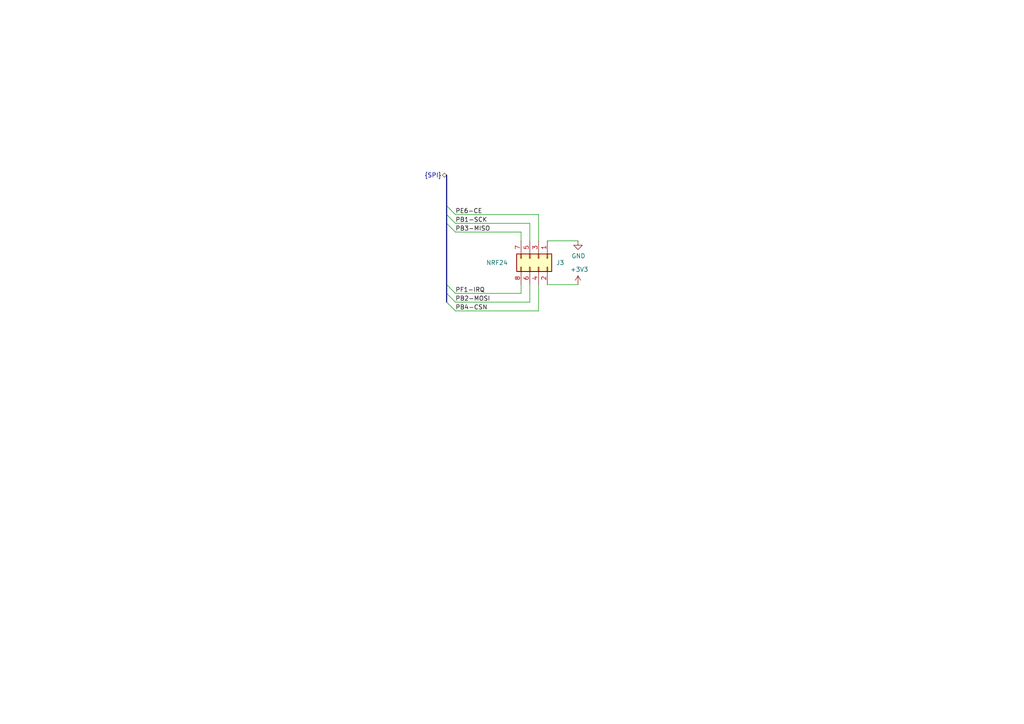
<source format=kicad_sch>
(kicad_sch (version 20211123) (generator eeschema)
  (paper "A4")
  (title_block (title "OpenRetroPad") (date "2022-12-29") (rev "2") (comment 3 "github.com/OpenRetroPad") (comment 4 "ATmega32u4"))
  (lib_symbols
    (symbol "Connector_Generic:Conn_02x04_Odd_Even" (pin_names (offset 1.016) hide)
      (property "Reference" "J" (at 1.27 5.08 0))
      (property "Value" "Conn_02x04_Odd_Even" (at 1.27 -7.62 0))
      (symbol "Conn_02x04_Odd_Even_1_1"
        (rectangle (start -1.27 -4.953) (end 0 -5.207) (stroke (width 0.1524)))
        (rectangle (start -1.27 -2.413) (end 0 -2.667) (stroke (width 0.1524)))
        (rectangle (start -1.27 0.127) (end 0 -0.127) (stroke (width 0.1524)))
        (rectangle (start -1.27 2.667) (end 0 2.413) (stroke (width 0.1524)))
        (rectangle (start -1.27 3.81) (end 3.81 -6.35) (stroke (width 0.254)) (fill (type background)))
        (rectangle (start 3.81 -4.953) (end 2.54 -5.207) (stroke (width 0.1524)))
        (rectangle (start 3.81 -2.413) (end 2.54 -2.667) (stroke (width 0.1524)))
        (rectangle (start 3.81 0.127) (end 2.54 -0.127) (stroke (width 0.1524)))
        (rectangle (start 3.81 2.667) (end 2.54 2.413) (stroke (width 0.1524)))
        (pin passive line (at -5.08 2.54 0) (length 3.81) (name "Pin_1") (number "1"))
        (pin passive line (at 7.62 2.54 180) (length 3.81) (name "Pin_2") (number "2"))
        (pin passive line (at -5.08 0 0) (length 3.81) (name "Pin_3") (number "3"))
        (pin passive line (at 7.62 0 180) (length 3.81) (name "Pin_4") (number "4"))
        (pin passive line (at -5.08 -2.54 0) (length 3.81) (name "Pin_5") (number "5"))
        (pin passive line (at 7.62 -2.54 180) (length 3.81) (name "Pin_6") (number "6"))
        (pin passive line (at -5.08 -5.08 0) (length 3.81) (name "Pin_7") (number "7"))
        (pin passive line (at 7.62 -5.08 180) (length 3.81) (name "Pin_8") (number "8"))
      )
    )
    (symbol "power:+3V3" (power) (pin_names (offset 0))
      (property "Value" "+3V3" (at 0 3.556 0))
      (symbol "+3V3_0_1"
        (polyline (pts (xy -0.762 1.27) (xy 0 2.54)))
        (polyline (pts (xy 0 0) (xy 0 2.54)))
        (polyline (pts (xy 0 2.54) (xy 0.762 1.27)))
      )
      (symbol "+3V3_1_1"
        (pin power_in line (at 0 0 90) (length 0) hide (name "+3V3") (number "1"))
      )
    )
    (symbol "power:GND" (power) (pin_names (offset 0))
      (property "Value" "GND" (at 0 -3.81 0))
      (symbol "GND_0_1"
        (polyline (pts (xy 0 0) (xy 0 -1.27) (xy 1.27 -1.27) (xy 0 -2.54) (xy -1.27 -1.27) (xy 0 -1.27)))
      )
      (symbol "GND_1_1"
        (pin power_in line (at 0 0 270) (length 0) hide (name "GND") (number "1"))
      )
    )
  )
  (bus_entry (at 129.54 87.63) (size 2.54 2.54))
  (bus_entry (at 129.54 62.23) (size 2.54 2.54))
  (bus_entry (at 129.54 64.77) (size 2.54 2.54))
  (bus_entry (at 129.54 85.09) (size 2.54 2.54))
  (bus_entry (at 129.54 59.69) (size 2.54 2.54))
  (bus_entry (at 129.54 82.55) (size 2.54 2.54))
  (wire (pts (xy 132.08 87.63) (xy 153.67 87.63)))
  (wire (pts (xy 158.75 82.55) (xy 167.64 82.55)))
  (wire (pts (xy 132.08 85.09) (xy 151.13 85.09)))
  (wire (pts (xy 151.13 69.85) (xy 151.13 67.31)))
  (bus (pts (xy 129.54 82.55) (xy 129.54 85.09)))
  (bus (pts (xy 129.54 64.77) (xy 129.54 82.55)))
  (bus (pts (xy 129.54 59.69) (xy 129.54 62.23)))
  (wire (pts (xy 156.21 69.85) (xy 156.21 62.23)))
  (wire (pts (xy 151.13 82.55) (xy 151.13 85.09)))
  (wire (pts (xy 153.67 82.55) (xy 153.67 87.63)))
  (wire (pts (xy 158.75 69.85) (xy 167.64 69.85)))
  (bus (pts (xy 129.54 50.8) (xy 129.54 59.69)))
  (wire (pts (xy 132.08 67.31) (xy 151.13 67.31)))
  (bus (pts (xy 129.54 85.09) (xy 129.54 87.63)))
  (wire (pts (xy 153.67 64.77) (xy 132.08 64.77)))
  (wire (pts (xy 153.67 69.85) (xy 153.67 64.77)))
  (wire (pts (xy 132.08 90.17) (xy 156.21 90.17)))
  (bus (pts (xy 129.54 62.23) (xy 129.54 64.77)))
  (wire (pts (xy 156.21 82.55) (xy 156.21 90.17)))
  (wire (pts (xy 132.08 62.23) (xy 156.21 62.23)))
  (label "PF1-IRQ" (at 132.08 85.09 0))
  (label "PB2-MOSI" (at 132.08 87.63 0))
  (label "PB3-MISO" (at 132.08 67.31 0))
  (label "PE6-CE" (at 132.08 62.23 0))
  (label "PB1-SCK" (at 132.08 64.77 0))
  (label "PB4-CSN" (at 132.08 90.17 0))
  (hierarchical_label "{SPI}" (shape bidirectional) (at 129.54 50.8 180))
  (symbol (lib_id "Connector_Generic:Conn_02x04_Odd_Even") (at 156.21 74.93 270) (unit 1)
    (property "Reference" "J3" (at 161.29 76.2 90) (effects (justify left)))
    (property "Value" "NRF24" (at 147.32 76.2 90) (effects (justify right)))
    (property "Footprint" "OpenRetroPad:NRF24L01" (effects hide))
  )
  (symbol (lib_id "power:GND") (at 167.64 69.85 0) (unit 1)
    (property "Reference" "#PWR020" (effects hide))
    (property "Value" "GND" (at 167.767 74.2442 0))
  )
  (symbol (lib_id "power:+3V3") (at 167.64 82.55 0) (unit 1)
    (property "Reference" "#PWR019" (effects hide))
    (property "Value" "+3V3" (at 168.021 78.1558 0))
  )
)
</source>
